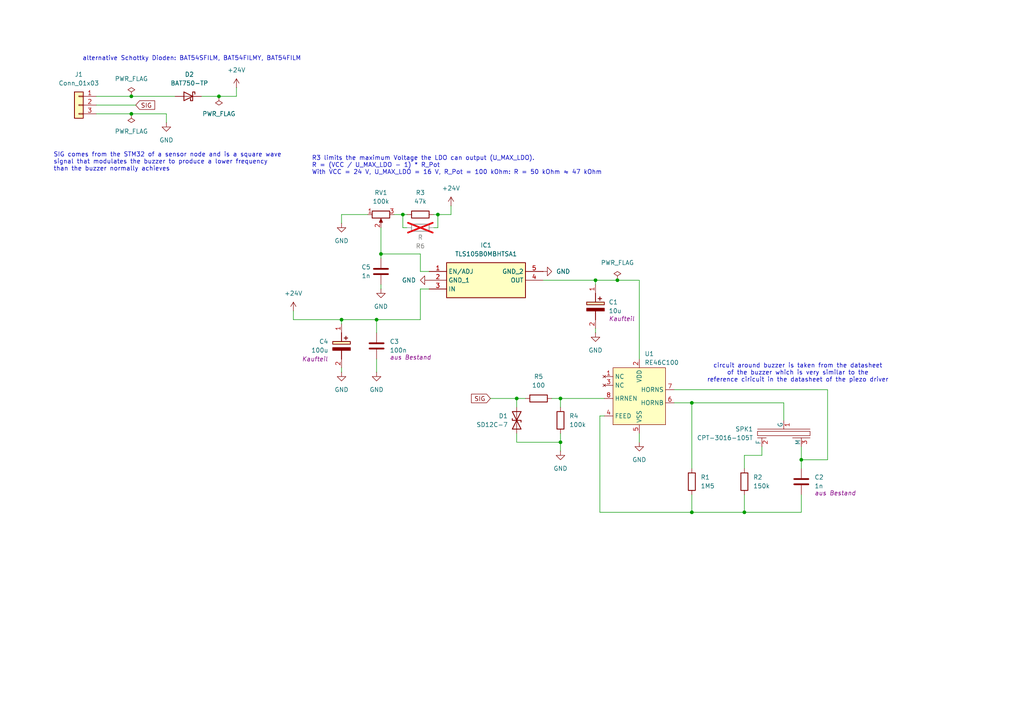
<source format=kicad_sch>
(kicad_sch (version 20231120) (generator "eeschema") (generator_version "8.0")
  (paper "A4")
  (title_block (title "Soundbox") (date "2024-12-04") (rev "FT25 v1.0") (company "FaSTTUBe"))
  (lib_symbols
    (symbol "Connector_Generic:Conn_01x03" (pin_names (offset 1.016) hide)
      (property "Reference" "J" (at 0 5.08 0))
      (property "Value" "Conn_01x03" (at 0 -5.08 0))
      (symbol "Conn_01x03_1_1"
        (rectangle (start -1.27 -2.413) (end 0 -2.667) (stroke (width 0.1524)))
        (rectangle (start -1.27 0.127) (end 0 -0.127) (stroke (width 0.1524)))
        (rectangle (start -1.27 2.667) (end 0 2.413) (stroke (width 0.1524)))
        (rectangle (start -1.27 3.81) (end 1.27 -3.81) (stroke (width 0.254)) (fill (type background)))
        (pin passive line (at -5.08 2.54 0) (length 3.81) (name "Pin_1") (number "1"))
        (pin passive line (at -5.08 0 0) (length 3.81) (name "Pin_2") (number "2"))
        (pin passive line (at -5.08 -2.54 0) (length 3.81) (name "Pin_3") (number "3"))
      )
    )
    (symbol "Device:C" (pin_numbers hide) (pin_names (offset 0.254))
      (property "Reference" "C" (at 0.635 2.54 0))
      (property "Value" "C" (at 0.635 -2.54 0))
      (symbol "C_0_1"
        (polyline (pts (xy -2.032 -0.762) (xy 2.032 -0.762)) (stroke (width 0.508)))
        (polyline (pts (xy -2.032 0.762) (xy 2.032 0.762)) (stroke (width 0.508)))
      )
      (symbol "C_1_1"
        (pin passive line (at 0 3.81 270) (length 2.794) (name "~") (number "1"))
        (pin passive line (at 0 -3.81 90) (length 2.794) (name "~") (number "2"))
      )
    )
    (symbol "Device:D_Schottky" (pin_numbers hide) (pin_names (offset 1.016) hide)
      (property "Reference" "D2" (at -0.3175 6.35 0))
      (property "Value" "BAT750-TP" (at -0.3175 3.81 0))
      (symbol "D_Schottky_0_1"
        (polyline (pts (xy 1.27 0) (xy -1.27 0)))
        (polyline (pts (xy 1.27 1.27) (xy 1.27 -1.27) (xy -1.27 0) (xy 1.27 1.27)) (stroke (width 0.254)))
        (polyline (pts (xy -1.905 0.635) (xy -1.905 1.27) (xy -1.27 1.27) (xy -1.27 -1.27) (xy -0.635 -1.27) (xy -0.635 -0.635)) (stroke (width 0.254)))
      )
      (symbol "D_Schottky_1_1"
        (pin passive line (at 3.81 0 180) (length 2.54) (name "A") (number "1"))
        (pin passive line (at -3.81 0 0) (length 2.54) (name "K") (number "3"))
      )
    )
    (symbol "Device:D_TVS" (pin_numbers hide) (pin_names (offset 1.016) hide)
      (property "Reference" "D" (at 0 2.54 0))
      (property "Value" "D_TVS" (at 0 -2.54 0))
      (symbol "D_TVS_0_1"
        (polyline (pts (xy 1.27 0) (xy -1.27 0)))
        (polyline (pts (xy 0.508 1.27) (xy 0 1.27) (xy 0 -1.27) (xy -0.508 -1.27)) (stroke (width 0.254)))
        (polyline (pts (xy -2.54 1.27) (xy -2.54 -1.27) (xy 2.54 1.27) (xy 2.54 -1.27) (xy -2.54 1.27)) (stroke (width 0.254)))
      )
      (symbol "D_TVS_1_1"
        (pin passive line (at -3.81 0 0) (length 2.54) (name "A1") (number "1"))
        (pin passive line (at 3.81 0 180) (length 2.54) (name "A2") (number "2"))
      )
    )
    (symbol "Device:R" (pin_numbers hide) (pin_names (offset 0))
      (property "Reference" "R" (at 2.032 0 90))
      (property "Value" "R" (at 0 0 90))
      (symbol "R_0_1"
        (rectangle (start -1.016 -2.54) (end 1.016 2.54) (stroke (width 0.254)))
      )
      (symbol "R_1_1"
        (pin passive line (at 0 3.81 270) (length 1.27) (name "~") (number "1"))
        (pin passive line (at 0 -3.81 90) (length 1.27) (name "~") (number "2"))
      )
    )
    (symbol "Device:R_Potentiometer" (pin_names (offset 1.016) hide)
      (property "Reference" "RV" (at -4.445 0 90))
      (property "Value" "R_Potentiometer" (at -2.54 0 90))
      (symbol "R_Potentiometer_0_1"
        (polyline (pts (xy 2.54 0) (xy 1.524 0)))
        (polyline (pts (xy 1.143 0) (xy 2.286 0.508) (xy 2.286 -0.508) (xy 1.143 0)) (fill (type outline)))
        (rectangle (start 1.016 2.54) (end -1.016 -2.54) (stroke (width 0.254)))
      )
      (symbol "R_Potentiometer_1_1"
        (pin passive line (at 0 3.81 270) (length 1.27) (name "1") (number "1"))
        (pin passive line (at 3.81 0 180) (length 1.27) (name "2") (number "2"))
        (pin passive line (at 0 -3.81 90) (length 1.27) (name "3") (number "3"))
      )
    )
    (symbol "power:+24V" (power) (pin_numbers hide) (pin_names (offset 0) hide)
      (property "Value" "+24V" (at 0 3.556 0))
      (symbol "+24V_0_1"
        (polyline (pts (xy -0.762 1.27) (xy 0 2.54)))
        (polyline (pts (xy 0 0) (xy 0 2.54)))
        (polyline (pts (xy 0 2.54) (xy 0.762 1.27)))
      )
      (symbol "+24V_1_1"
        (pin power_in line (at 0 0 90) (length 0) (name "~") (number "1"))
      )
    )
    (symbol "power:GND" (power) (pin_numbers hide) (pin_names (offset 0) hide)
      (property "Value" "GND" (at 0 -3.81 0))
      (symbol "GND_0_1"
        (polyline (pts (xy 0 0) (xy 0 -1.27) (xy 1.27 -1.27) (xy 0 -2.54) (xy -1.27 -1.27) (xy 0 -1.27)))
      )
      (symbol "GND_1_1"
        (pin power_in line (at 0 0 270) (length 0) (name "~") (number "1"))
      )
    )
    (symbol "power:PWR_FLAG" (power) (pin_numbers hide) (pin_names (offset 0) hide)
      (property "Value" "PWR_FLAG" (at 0 3.81 0))
      (symbol "PWR_FLAG_0_0"
        (pin power_out line (at 0 0 90) (length 0) (name "~") (number "1"))
      )
      (symbol "PWR_FLAG_0_1"
        (polyline (pts (xy 0 0) (xy 0 1.27) (xy -1.016 1.905) (xy 0 2.54) (xy 1.016 1.905) (xy 0 1.27)))
      )
    )
    (symbol "soundbox:CPT-3016-105T" (pin_names (offset 0))
      (property "Reference" "SPK" (at -5.588 2.54 0))
      (property "Value" "CPT-3016-105T" (at 10.668 2.54 0))
      (symbol "CPT-3016-105T_0_0"
        (pin passive line (at 0 3.81 270) (length 2.54) (name "G") (number "1"))
        (pin passive line (at -6.35 -3.81 90) (length 2.54) (name "F") (number "2"))
        (pin passive line (at 5.08 -3.81 90) (length 2.54) (name "M") (number "3"))
      )
      (symbol "CPT-3016-105T_0_1"
        (rectangle (start -7.62 0.635) (end 7.62 -0.635))
        (polyline (pts (xy -7.62 -1.27) (xy -5.08 -1.27)))
        (polyline (pts (xy 7.62 -1.27) (xy 2.54 -1.27)))
        (polyline (pts (xy 7.62 1.27) (xy -7.62 1.27)))
      )
    )
    (symbol "soundbox:EEE-FK1V100R" (pin_names hide)
      (property "Reference" "C" (at 8.89 6.35 0))
      (property "Value" "EEE-FK1V100R" (at 8.89 3.81 0))
      (symbol "EEE-FK1V100R_1_1"
        (polyline (pts (xy 2.54 0) (xy 5.08 0)) (stroke (width 0.254)))
        (polyline (pts (xy 4.064 1.778) (xy 4.064 0.762)) (stroke (width 0.254)))
        (polyline (pts (xy 4.572 1.27) (xy 3.556 1.27)) (stroke (width 0.254)))
        (polyline (pts (xy 7.62 0) (xy 10.16 0)) (stroke (width 0.254)))
        (polyline (pts (xy 7.62 2.54) (xy 7.62 -2.54) (xy 6.858 -2.54) (xy 6.858 2.54) (xy 7.62 2.54)) (stroke (width 0.254)) (fill (type outline)))
        (rectangle (start 5.08 2.54) (end 5.842 -2.54) (stroke (width 0.254)) (fill (type background)))
        (pin passive line (at 0 0 0) (length 2.54) (name "+") (number "1"))
        (pin passive line (at 12.7 0 180) (length 2.54) (name "-") (number "2"))
      )
    )
    (symbol "soundbox:EEE-FT1V101AP" (pin_names hide)
      (property "Reference" "C" (at 8.89 6.35 0))
      (property "Value" "EEE-FT1V101AP" (at 8.89 3.81 0))
      (symbol "EEE-FT1V101AP_1_1"
        (polyline (pts (xy 2.54 0) (xy 5.08 0)) (stroke (width 0.254)))
        (polyline (pts (xy 4.064 1.778) (xy 4.064 0.762)) (stroke (width 0.254)))
        (polyline (pts (xy 4.572 1.27) (xy 3.556 1.27)) (stroke (width 0.254)))
        (polyline (pts (xy 7.62 0) (xy 10.16 0)) (stroke (width 0.254)))
        (polyline (pts (xy 7.62 2.54) (xy 7.62 -2.54) (xy 6.858 -2.54) (xy 6.858 2.54) (xy 7.62 2.54)) (stroke (width 0.254)) (fill (type outline)))
        (rectangle (start 5.08 2.54) (end 5.842 -2.54) (stroke (width 0.254)) (fill (type background)))
        (pin passive line (at 0 0 0) (length 2.54) (name "+") (number "1"))
        (pin passive line (at 12.7 0 180) (length 2.54) (name "-") (number "2"))
      )
    )
    (symbol "soundbox:RE46C100"
      (property "Reference" "U" (at -6.604 9.144 0))
      (property "Value" "RE46C100" (at 5.842 9.144 0))
      (symbol "RE46C100_0_0"
        (pin no_connect line (at -10.16 5.08 0) (length 2.54) (name "NC") (number "1"))
        (pin power_in line (at 0 10.16 270) (length 2.54) (name "VDD") (number "2"))
        (pin no_connect line (at -10.16 2.54 0) (length 2.54) (name "NC") (number "3"))
        (pin input line (at -10.16 -6.35 0) (length 2.54) (name "FEED") (number "4"))
        (pin power_in line (at 0 -11.43 90) (length 2.54) (name "VSS") (number "5"))
        (pin output line (at 10.16 -2.54 180) (length 2.54) (name "HORNB") (number "6"))
        (pin output line (at 10.16 1.27 180) (length 2.54) (name "HORNS") (number "7"))
        (pin input line (at -10.16 -1.27 0) (length 2.54) (name "HRNEN") (number "8"))
      )
      (symbol "RE46C100_1_1"
        (rectangle (start -7.62 7.62) (end 7.62 -8.89) (fill (type background)))
      )
    )
    (symbol "soundbox:TLS105B0MBHTSA1"
      (property "Reference" "IC" (at 29.21 7.62 0))
      (property "Value" "TLS105B0MBHTSA1" (at 29.21 5.08 0))
      (symbol "TLS105B0MBHTSA1_1_1"
        (rectangle (start 5.08 2.54) (end 27.94 -7.62) (stroke (width 0.254)) (fill (type background)))
        (pin passive line (at 0 0 0) (length 5.08) (name "EN/ADJ") (number "1"))
        (pin passive line (at 0 -2.54 0) (length 5.08) (name "GND_1") (number "2"))
        (pin passive line (at 0 -5.08 0) (length 5.08) (name "IN") (number "3"))
        (pin passive line (at 33.02 -2.54 180) (length 5.08) (name "OUT") (number "4"))
        (pin passive line (at 33.02 0 180) (length 5.08) (name "GND_2") (number "5"))
      )
    )
  )
  (junction (at 162.56 128.27))
  (junction (at 38.1 27.94))
  (junction (at 232.41 133.35))
  (junction (at 179.07 81.28))
  (junction (at 63.5 27.94))
  (junction (at 99.06 92.71))
  (junction (at 172.72 81.28))
  (junction (at 110.49 73.66))
  (junction (at 38.1 33.02))
  (junction (at 116.84 62.23))
  (junction (at 109.22 92.71))
  (junction (at 127 62.23))
  (junction (at 149.86 115.57))
  (junction (at 200.66 148.59))
  (junction (at 200.66 116.84))
  (junction (at 215.9 148.59))
  (junction (at 162.56 115.57))
  (wire (pts (xy 27.94 27.94) (xy 38.1 27.94)))
  (wire (pts (xy 99.06 92.71) (xy 99.06 93.98)))
  (wire (pts (xy 160.02 115.57) (xy 162.56 115.57)))
  (wire (pts (xy 232.41 129.54) (xy 232.41 133.35)))
  (wire (pts (xy 215.9 135.89) (xy 215.9 132.08)))
  (wire (pts (xy 195.58 116.84) (xy 200.66 116.84)))
  (wire (pts (xy 110.49 74.93) (xy 110.49 73.66)))
  (wire (pts (xy 125.73 62.23) (xy 127 62.23)))
  (wire (pts (xy 27.94 33.02) (xy 38.1 33.02)))
  (wire (pts (xy 109.22 92.71) (xy 121.92 92.71)))
  (wire (pts (xy 109.22 104.14) (xy 109.22 107.95)))
  (wire (pts (xy 162.56 115.57) (xy 175.26 115.57)))
  (wire (pts (xy 121.92 73.66) (xy 121.92 78.74)))
  (wire (pts (xy 118.11 66.04) (xy 116.84 66.04)))
  (wire (pts (xy 48.26 33.02) (xy 48.26 35.56)))
  (wire (pts (xy 185.42 125.73) (xy 185.42 128.27)))
  (wire (pts (xy 63.5 27.94) (xy 68.58 27.94)))
  (wire (pts (xy 149.86 128.27) (xy 162.56 128.27)))
  (wire (pts (xy 27.94 30.48) (xy 39.37 30.48)))
  (wire (pts (xy 110.49 73.66) (xy 121.92 73.66)))
  (wire (pts (xy 200.66 143.51) (xy 200.66 148.59)))
  (wire (pts (xy 232.41 133.35) (xy 240.03 133.35)))
  (wire (pts (xy 109.22 92.71) (xy 99.06 92.71)))
  (wire (pts (xy 240.03 113.03) (xy 195.58 113.03)))
  (wire (pts (xy 85.09 90.17) (xy 85.09 92.71)))
  (wire (pts (xy 110.49 83.82) (xy 110.49 82.55)))
  (wire (pts (xy 200.66 116.84) (xy 227.33 116.84)))
  (wire (pts (xy 58.42 27.94) (xy 63.5 27.94)))
  (wire (pts (xy 215.9 132.08) (xy 220.98 132.08)))
  (wire (pts (xy 162.56 125.73) (xy 162.56 128.27)))
  (wire (pts (xy 232.41 143.51) (xy 232.41 148.59)))
  (wire (pts (xy 172.72 81.28) (xy 172.72 82.55)))
  (wire (pts (xy 127 66.04) (xy 127 62.23)))
  (wire (pts (xy 232.41 133.35) (xy 232.41 135.89)))
  (wire (pts (xy 220.98 132.08) (xy 220.98 129.54)))
  (wire (pts (xy 149.86 115.57) (xy 152.4 115.57)))
  (wire (pts (xy 118.11 62.23) (xy 116.84 62.23)))
  (wire (pts (xy 110.49 66.04) (xy 110.49 73.66)))
  (wire (pts (xy 149.86 125.73) (xy 149.86 128.27)))
  (wire (pts (xy 116.84 66.04) (xy 116.84 62.23)))
  (wire (pts (xy 215.9 148.59) (xy 232.41 148.59)))
  (wire (pts (xy 116.84 62.23) (xy 114.3 62.23)))
  (wire (pts (xy 99.06 64.77) (xy 99.06 62.23)))
  (wire (pts (xy 142.24 115.57) (xy 149.86 115.57)))
  (wire (pts (xy 173.99 148.59) (xy 200.66 148.59)))
  (wire (pts (xy 149.86 115.57) (xy 149.86 118.11)))
  (wire (pts (xy 162.56 128.27) (xy 162.56 130.81)))
  (wire (pts (xy 185.42 81.28) (xy 185.42 104.14)))
  (wire (pts (xy 99.06 92.71) (xy 85.09 92.71)))
  (wire (pts (xy 127 62.23) (xy 130.81 62.23)))
  (wire (pts (xy 162.56 115.57) (xy 162.56 118.11)))
  (wire (pts (xy 200.66 116.84) (xy 200.66 135.89)))
  (wire (pts (xy 173.99 120.65) (xy 173.99 148.59)))
  (wire (pts (xy 38.1 33.02) (xy 48.26 33.02)))
  (wire (pts (xy 121.92 92.71) (xy 121.92 83.82)))
  (wire (pts (xy 121.92 78.74) (xy 124.46 78.74)))
  (wire (pts (xy 172.72 81.28) (xy 179.07 81.28)))
  (wire (pts (xy 68.58 25.4) (xy 68.58 27.94)))
  (wire (pts (xy 227.33 116.84) (xy 227.33 121.92)))
  (wire (pts (xy 38.1 27.94) (xy 50.8 27.94)))
  (wire (pts (xy 130.81 62.23) (xy 130.81 59.69)))
  (wire (pts (xy 99.06 106.68) (xy 99.06 107.95)))
  (wire (pts (xy 121.92 83.82) (xy 124.46 83.82)))
  (wire (pts (xy 200.66 148.59) (xy 215.9 148.59)))
  (wire (pts (xy 172.72 95.25) (xy 172.72 96.52)))
  (wire (pts (xy 215.9 143.51) (xy 215.9 148.59)))
  (wire (pts (xy 175.26 120.65) (xy 173.99 120.65)))
  (wire (pts (xy 179.07 81.28) (xy 185.42 81.28)))
  (wire (pts (xy 157.48 81.28) (xy 172.72 81.28)))
  (wire (pts (xy 240.03 133.35) (xy 240.03 113.03)))
  (wire (pts (xy 99.06 62.23) (xy 106.68 62.23)))
  (wire (pts (xy 109.22 92.71) (xy 109.22 96.52)))
  (wire (pts (xy 125.73 66.04) (xy 127 66.04)))
  (text "R3 limits the maximum Voltage the LDO can output (U_MAX_LDO).\nR = (VCC / U_MAX_LDO - 1) * R_Pot\nWith VCC = 24 V, U_MAX_LDO = 16 V, R_Pot = 100 kOhm: R = 50 kOhm ≈ 47 kOhm" (at 90.424 48.006 0) (effects (font (size 1.27 1.27)) (justify left)))
  (text "circuit around buzzer is taken from the datasheet\nof the buzzer which is very similar to the\nreference ciricuit in the datasheet of the piezo driver" (at 231.394 108.204 0) (effects (font (size 1.27 1.27))))
  (text "alternative Schottky Dioden: BAT54SFILM, BAT54FILMY, BAT54FILM" (at 55.626 17.018 0) (effects (font (size 1.27 1.27))))
  (text "SIG comes from the STM32 of a sensor node and is a square wave\nsignal that modulates the buzzer to produce a lower frequency\nthan the buzzer normally achieves" (at 15.494 46.99 0) (effects (font (size 1.27 1.27)) (justify left)))
  (global_label "SIG" (shape input) (at 142.24 115.57 180) (property "Intersheetrefs" "${INTERSHEET_REFS}" (effects (hide yes))))
  (global_label "SIG" (shape input) (at 39.37 30.48 0) (property "Intersheetrefs" "${INTERSHEET_REFS}" (effects (hide yes))))
  (symbol (lib_id "power:+24V") (at 68.58 25.4 0) (unit 1)
    (property "Reference" "#PWR02" (effects (hide yes)))
    (property "Value" "+24V" (at 68.58 20.32 0))
    (property "Description" "Power symbol creates a global label with name \"+24V\"" (effects (hide yes)))
  )
  (symbol (lib_id "Device:C") (at 109.22 100.33 0) (unit 1)
    (property "Reference" "C3" (at 113.03 99.0599 0) (effects (justify left)))
    (property "Value" "100n" (at 113.03 101.5999 0) (effects (justify left)))
    (property "Footprint" "Capacitor_SMD:C_0603_1608Metric_Pad1.08x0.95mm_HandSolder" (effects (hide yes)))
    (property "Description" "Unpolarized capacitor" (effects (hide yes)))
    (property "source" "aus Bestand" (at 113.03 103.632 0) (effects (font (italic yes)) (justify left)))
  )
  (symbol (lib_id "power:+24V") (at 85.09 90.17 0) (unit 1)
    (property "Reference" "#PWR08" (effects (hide yes)))
    (property "Value" "+24V" (at 85.09 85.09 0))
    (property "Description" "Power symbol creates a global label with name \"+24V\"" (effects (hide yes)))
  )
  (symbol (lib_id "Device:C") (at 232.41 139.7 0) (unit 1)
    (property "Reference" "C2" (at 236.22 138.4299 0) (effects (justify left)))
    (property "Value" "1n" (at 236.22 140.9699 0) (effects (justify left)))
    (property "Footprint" "Capacitor_SMD:C_0603_1608Metric_Pad1.08x0.95mm_HandSolder" (effects (hide yes)))
    (property "Description" "Unpolarized capacitor" (effects (hide yes)))
    (property "source" "aus Bestand" (at 236.22 143.002 0) (effects (font (italic yes)) (justify left)))
  )
  (symbol (lib_id "power:GND") (at 99.06 107.95 0) (unit 1)
    (property "Reference" "#PWR09" (effects (hide yes)))
    (property "Value" "GND" (at 99.06 113.03 0))
    (property "Description" "Power symbol creates a global label with name \"GND\" , ground" (effects (hide yes)))
  )
  (symbol (lib_id "power:+24V") (at 130.81 59.69 0) (mirror y) (unit 1)
    (property "Reference" "#PWR011" (effects (hide yes)))
    (property "Value" "+24V" (at 130.81 54.61 0))
    (property "Description" "Power symbol creates a global label with name \"+24V\"" (effects (hide yes)))
  )
  (symbol (lib_id "Device:D_Schottky") (at 54.61 27.94 0) (mirror y) (unit 1)
    (property "Reference" "D2" (at 54.9275 21.59 0))
    (property "Value" "BAT750-TP" (at 54.9275 24.13 0))
    (property "Footprint" "Package_TO_SOT_SMD:SOT-23_Handsoldering" (effects (hide yes)))
    (property "Datasheet" "https://eu.mouser.com/datasheet/2/258/BAT750_SOT_23_-3365222.pdf" (effects (hide yes)))
    (property "Description" "Schottky diode" (effects (hide yes)))
  )
  (symbol (lib_id "Connector_Generic:Conn_01x03") (at 22.86 30.48 0) (mirror y) (unit 1)
    (property "Reference" "J1" (at 22.86 21.59 0))
    (property "Value" "Conn_01x03" (at 22.86 24.13 0))
    (property "Footprint" "Connector_Wire:SolderWire-0.25sqmm_1x03_P4.5mm_D0.65mm_OD2mm" (effects (hide yes)))
    (property "Description" "Generic connector, single row, 01x03, script generated (kicad-library-utils/schlib/autogen/connector/)" (effects (hide yes)))
  )
  (symbol (lib_id "power:GND") (at 99.06 64.77 0) (unit 1)
    (property "Reference" "#PWR012" (effects (hide yes)))
    (property "Value" "GND" (at 99.06 69.85 0))
    (property "Description" "Power symbol creates a global label with name \"GND\" , ground" (effects (hide yes)))
  )
  (symbol (lib_id "soundbox:EEE-FK1V100R") (at 172.72 82.55 270) (unit 1)
    (property "Reference" "C1" (at 176.53 87.6299 90) (effects (justify left)))
    (property "Value" "10u" (at 176.53 90.1699 90) (effects (justify left)))
    (property "Footprint" "soundbox:EEE0GA101SR" (effects (hide yes)))
    (property "Datasheet" "http://industrial.panasonic.com/cdbs/www-data/pdf/RDE0000/ABA0000C1181.pdf" (effects (hide yes)))
    (property "Description" "Aluminum Electrolytic Capacitors - SMD 10uF 35V" (effects (hide yes)))
    (property "Height" "6.5" (effects (hide yes)))
    (property "Mouser Part Number" "667-EEE-FK1V100R" (effects (hide yes)))
    (property "Mouser Price/Stock" "https://www.mouser.co.uk/ProductDetail/Panasonic/EEE-FK1V100R?qs=qE6bgDGEOCsyhLm838k2dA%3D%3D" (effects (hide yes)))
    (property "Manufacturer_Name" "Panasonic" (effects (hide yes)))
    (property "Manufacturer_Part_Number" "EEE-FK1V100R" (effects (hide yes)))
    (property "source" "Kaufteil" (at 176.53 92.456 90) (effects (font (italic yes)) (justify left)))
  )
  (symbol (lib_id "Device:C") (at 110.49 78.74 180) (unit 1)
    (property "Reference" "C5" (at 106.172 77.47 0))
    (property "Value" "1n" (at 106.172 80.01 0))
    (property "Footprint" "Capacitor_SMD:C_0603_1608Metric_Pad1.08x0.95mm_HandSolder" (effects (hide yes)))
    (property "Description" "Unpolarized capacitor" (effects (hide yes)))
  )
  (symbol (lib_id "power:GND") (at 162.56 130.81 0) (unit 1)
    (property "Reference" "#PWR07" (effects (hide yes)))
    (property "Value" "GND" (at 162.56 135.89 0))
    (property "Description" "Power symbol creates a global label with name \"GND\" , ground" (effects (hide yes)))
  )
  (symbol (lib_id "soundbox:TLS105B0MBHTSA1") (at 124.46 78.74 0) (unit 1)
    (property "Reference" "IC1" (at 140.97 71.12 0))
    (property "Value" "TLS105B0MBHTSA1" (at 140.97 73.66 0))
    (property "Footprint" "soundbox:PG-SCT595-5" (effects (hide yes)))
    (property "Datasheet" "https://componentsearchengine.com/Datasheets/1/TLS105B0MBHTSA1.pdf" (effects (hide yes)))
    (property "Description" "LDO Voltage Regulators LINEAR VOLTAGE REGULATOR" (effects (hide yes)))
    (property "Height" "1.1" (effects (hide yes)))
    (property "Mouser Part Number" "726-TLS105B0MBHTSA1" (effects (hide yes)))
    (property "Mouser Price/Stock" "https://www.mouser.co.uk/ProductDetail/Infineon-Technologies/TLS105B0MBHTSA1?qs=F5EMLAvA7ID68BPIw0f4TQ%3D%3D" (effects (hide yes)))
    (property "Manufacturer_Name" "Infineon" (effects (hide yes)))
    (property "Manufacturer_Part_Number" "TLS105B0MBHTSA1" (effects (hide yes)))
  )
  (symbol (lib_id "Device:D_TVS") (at 149.86 121.92 270) (unit 1)
    (property "Reference" "D1" (at 147.32 120.6499 90) (effects (justify right)))
    (property "Value" "SD12C-7" (at 147.32 123.1899 90) (effects (justify right)))
    (property "Footprint" "Diode_SMD:D_SOD-323_HandSoldering" (effects (hide yes)))
    (property "Datasheet" "https://eu.mouser.com/datasheet/2/115/DIOD_S_A0009691744_1-2543273.pdf" (effects (hide yes)))
    (property "Description" "Bidirectional transient-voltage-suppression diode SD12C-7" (effects (hide yes)))
  )
  (symbol (lib_id "power:GND") (at 110.49 83.82 0) (unit 1)
    (property "Reference" "#PWR013" (effects (hide yes)))
    (property "Value" "GND" (at 110.49 88.9 0))
    (property "Description" "Power symbol creates a global label with name \"GND\" , ground" (effects (hide yes)))
  )
  (symbol (lib_id "power:PWR_FLAG") (at 63.5 27.94 0) (mirror x) (unit 1)
    (property "Reference" "#FLG03" (effects (hide yes)))
    (property "Value" "PWR_FLAG" (at 63.5 33.02 0))
    (property "Description" "Special symbol for telling ERC where power comes from" (effects (hide yes)))
  )
  (symbol (lib_id "Device:R") (at 121.92 62.23 270) (mirror x) (unit 1)
    (property "Reference" "R3" (at 121.92 55.88 90))
    (property "Value" "47k" (at 121.92 58.42 90))
    (property "Footprint" "Resistor_SMD:R_0603_1608Metric_Pad0.98x0.95mm_HandSolder" (effects (hide yes)))
    (property "Description" "Resistor" (effects (hide yes)))
  )
  (symbol (lib_id "Device:R") (at 121.92 66.04 270) (mirror x) (unit 1) (dnp yes)
    (property "Reference" "R6" (at 121.92 71.374 90))
    (property "Value" "R" (at 121.92 68.834 90))
    (property "Footprint" "Resistor_SMD:R_0603_1608Metric_Pad0.98x0.95mm_HandSolder" (effects (hide yes)))
    (property "Description" "Resistor" (effects (hide yes)))
  )
  (symbol (lib_id "Device:R_Potentiometer") (at 110.49 62.23 90) (mirror x) (unit 1)
    (property "Reference" "RV1" (at 110.49 55.88 90))
    (property "Value" "100k" (at 110.49 58.42 90))
    (property "Footprint" "soundbox:06TR4FA104DPR" (effects (hide yes)))
    (property "Datasheet" "https://www.mouser.de/datasheet/2/96/CTS_Trimmer_Potentiometer_06TR_Datasheet-3400490.pdf" (effects (hide yes)))
    (property "Description" "Potentiometer 06TR4FA104DPR" (effects (hide yes)))
    (property "MMN" "06TR4FA104DPR" (effects (hide yes)))
  )
  (symbol (lib_id "soundbox:EEE-FT1V101AP") (at 99.06 93.98 270) (unit 1)
    (property "Reference" "C4" (at 95.25 99.0599 90) (effects (justify right)))
    (property "Value" "100u" (at 95.25 101.5999 90) (effects (justify right)))
    (property "Footprint" "soundbox:EEE1AA101SP" (effects (hide yes)))
    (property "Datasheet" "http://industrial.panasonic.com/cdbs/www-data/pdf/RDE0000/ABA0000C1240.pdf" (effects (hide yes)))
    (property "Description" "Aluminum Electrolytic Capacitors - SMD 100uF 35volts 6.3x5.8mm SMD" (effects (hide yes)))
    (property "Height" "7.8" (effects (hide yes)))
    (property "Mouser Part Number" "667-EEE-FT1V101AP" (effects (hide yes)))
    (property "Mouser Price/Stock" "https://www.mouser.co.uk/ProductDetail/Panasonic/EEE-FT1V101AP?qs=CMJjuEs1%252BuEsbOqam%2FkTqg%3D%3D" (effects (hide yes)))
    (property "Manufacturer_Name" "Panasonic" (effects (hide yes)))
    (property "Manufacturer_Part_Number" "EEE-FT1V101AP" (effects (hide yes)))
    (property "source" "Kaufteil" (at 94.996 104.14 90) (effects (font (italic yes)) (justify right)))
  )
  (symbol (lib_id "power:GND") (at 185.42 128.27 0) (unit 1)
    (property "Reference" "#PWR03" (effects (hide yes)))
    (property "Value" "GND" (at 185.42 133.35 0))
    (property "Description" "Power symbol creates a global label with name \"GND\" , ground" (effects (hide yes)))
  )
  (symbol (lib_id "power:GND") (at 109.22 107.95 0) (unit 1)
    (property "Reference" "#PWR010" (effects (hide yes)))
    (property "Value" "GND" (at 109.22 113.03 0))
    (property "Description" "Power symbol creates a global label with name \"GND\" , ground" (effects (hide yes)))
  )
  (symbol (lib_id "power:GND") (at 48.26 35.56 0) (unit 1)
    (property "Reference" "#PWR01" (effects (hide yes)))
    (property "Value" "GND" (at 48.26 40.64 0))
    (property "Description" "Power symbol creates a global label with name \"GND\" , ground" (effects (hide yes)))
  )
  (symbol (lib_id "Device:R") (at 156.21 115.57 90) (unit 1)
    (property "Reference" "R5" (at 156.21 109.22 90))
    (property "Value" "100" (at 156.21 111.76 90))
    (property "Footprint" "Resistor_SMD:R_0603_1608Metric_Pad0.98x0.95mm_HandSolder" (effects (hide yes)))
    (property "Description" "Resistor" (effects (hide yes)))
  )
  (symbol (lib_id "power:PWR_FLAG") (at 179.07 81.28 0) (unit 1)
    (property "Reference" "#FLG04" (effects (hide yes)))
    (property "Value" "PWR_FLAG" (at 179.07 76.2 0))
    (property "Description" "Special symbol for telling ERC where power comes from" (effects (hide yes)))
  )
  (symbol (lib_id "power:PWR_FLAG") (at 38.1 33.02 0) (mirror x) (unit 1)
    (property "Reference" "#FLG02" (effects (hide yes)))
    (property "Value" "PWR_FLAG" (at 38.1 38.1 0))
    (property "Description" "Special symbol for telling ERC where power comes from" (effects (hide yes)))
  )
  (symbol (lib_id "Device:R") (at 215.9 139.7 0) (unit 1)
    (property "Reference" "R2" (at 218.44 138.4299 0) (effects (justify left)))
    (property "Value" "150k" (at 218.44 140.9699 0) (effects (justify left)))
    (property "Footprint" "Resistor_SMD:R_0603_1608Metric_Pad0.98x0.95mm_HandSolder" (effects (hide yes)))
    (property "Description" "Resistor" (effects (hide yes)))
  )
  (symbol (lib_id "Device:R") (at 162.56 121.92 0) (unit 1)
    (property "Reference" "R4" (at 165.1 120.6499 0) (effects (justify left)))
    (property "Value" "100k" (at 165.1 123.1899 0) (effects (justify left)))
    (property "Footprint" "Resistor_SMD:R_0603_1608Metric_Pad0.98x0.95mm_HandSolder" (effects (hide yes)))
    (property "Description" "Resistor" (effects (hide yes)))
  )
  (symbol (lib_id "power:GND") (at 172.72 96.52 0) (unit 1)
    (property "Reference" "#PWR06" (effects (hide yes)))
    (property "Value" "GND" (at 172.72 101.6 0))
    (property "Description" "Power symbol creates a global label with name \"GND\" , ground" (effects (hide yes)))
  )
  (symbol (lib_id "power:GND") (at 157.48 78.74 90) (unit 1)
    (property "Reference" "#PWR04" (effects (hide yes)))
    (property "Value" "GND" (at 161.29 78.7399 90) (effects (justify right)))
    (property "Description" "Power symbol creates a global label with name \"GND\" , ground" (effects (hide yes)))
  )
  (symbol (lib_id "power:PWR_FLAG") (at 38.1 27.94 0) (unit 1)
    (property "Reference" "#FLG01" (effects (hide yes)))
    (property "Value" "PWR_FLAG" (at 38.1 22.86 0))
    (property "Description" "Special symbol for telling ERC where power comes from" (effects (hide yes)))
  )
  (symbol (lib_id "soundbox:RE46C100") (at 185.42 114.3 0) (unit 1)
    (property "Reference" "U1" (at 186.944 102.616 0) (effects (justify left)))
    (property "Value" "RE46C100" (at 186.944 105.156 0) (effects (justify left)))
    (property "Footprint" "Package_SO:SOIC-8_3.9x4.9mm_P1.27mm" (effects (hide yes)))
    (property "Datasheet" "https://www.mouser.de/datasheet/2/268/20002166B-3443049.pdf" (effects (hide yes)))
    (property "Description" "Piezoelectric Horn Driver Circuit" (effects (hide yes)))
  )
  (symbol (lib_id "soundbox:CPT-3016-105T") (at 227.33 125.73 0) (unit 1)
    (property "Reference" "SPK1" (at 218.44 124.46 0) (effects (justify right)))
    (property "Value" "CPT-3016-105T" (at 218.44 127 0) (effects (justify right)))
    (property "Footprint" "soundbox:CPT-3016-105T" (effects (hide yes)))
    (property "Datasheet" "https://www.mouser.de/datasheet/2/1628/cpt_3016_105t-3509585.pdf" (effects (hide yes)))
    (property "Description" "PIEZO BUZZER TRANSDUCER" (effects (hide yes)))
  )
  (symbol (lib_id "power:GND") (at 124.46 81.28 270) (unit 1)
    (property "Reference" "#PWR05" (effects (hide yes)))
    (property "Value" "GND" (at 120.65 81.2799 90) (effects (justify right)))
    (property "Description" "Power symbol creates a global label with name \"GND\" , ground" (effects (hide yes)))
  )
  (symbol (lib_id "Device:R") (at 200.66 139.7 0) (unit 1)
    (property "Reference" "R1" (at 203.2 138.4299 0) (effects (justify left)))
    (property "Value" "1M5" (at 203.2 140.9699 0) (effects (justify left)))
    (property "Footprint" "Resistor_SMD:R_0603_1608Metric_Pad0.98x0.95mm_HandSolder" (effects (hide yes)))
    (property "Description" "Resistor" (effects (hide yes)))
  )
)
</source>
